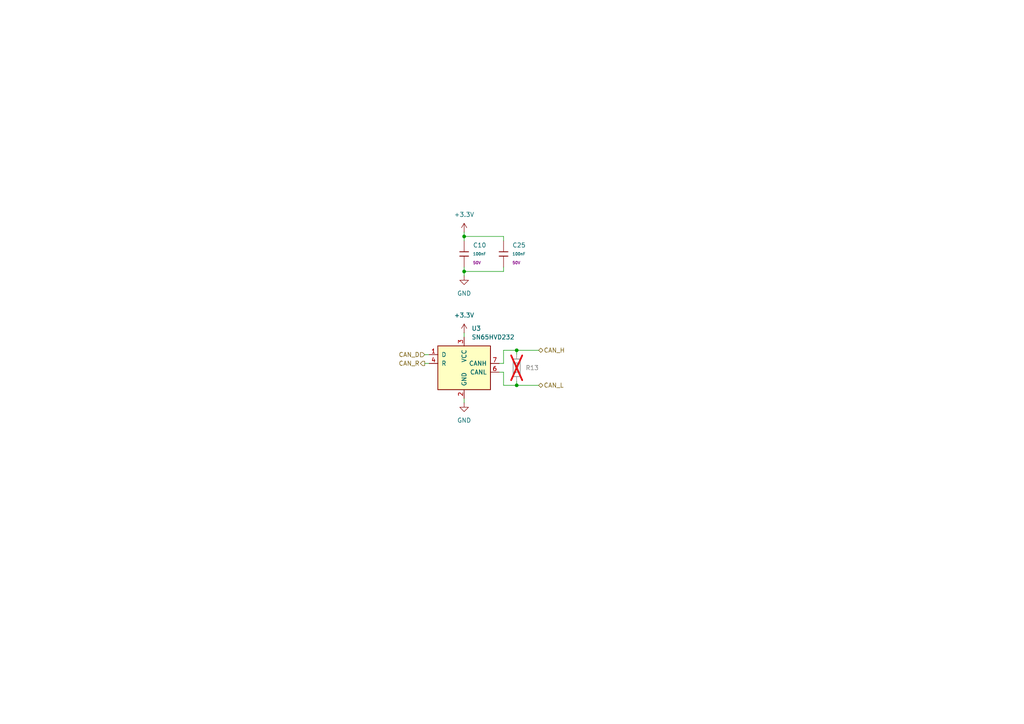
<source format=kicad_sch>
(kicad_sch
	(version 20250114)
	(generator "eeschema")
	(generator_version "9.0")
	(uuid "5a849ada-57fc-4d88-adb8-36a2c134f4ac")
	(paper "A4")
	(title_block
		(title "CAN Transciever")
		(date "2025-11-02")
		(rev "0")
		(company "Solar Energy Racers")
	)
	(lib_symbols
		(symbol "Interface_CAN_LIN:SN65HVD232"
			(pin_names
				(offset 1.016)
			)
			(exclude_from_sim no)
			(in_bom yes)
			(on_board yes)
			(property "Reference" "U"
				(at -2.54 10.16 0)
				(effects
					(font
						(size 1.27 1.27)
					)
					(justify right)
				)
			)
			(property "Value" "SN65HVD232"
				(at -2.54 7.62 0)
				(effects
					(font
						(size 1.27 1.27)
					)
					(justify right)
				)
			)
			(property "Footprint" "Package_SO:SOIC-8_3.9x4.9mm_P1.27mm"
				(at 0 -12.7 0)
				(effects
					(font
						(size 1.27 1.27)
					)
					(hide yes)
				)
			)
			(property "Datasheet" "http://www.ti.com/lit/ds/symlink/sn65hvd230.pdf"
				(at -2.54 10.16 0)
				(effects
					(font
						(size 1.27 1.27)
					)
					(hide yes)
				)
			)
			(property "Description" "CAN Bus Transceivers, 3.3V, 1Mbps, SOIC-8"
				(at 0 0 0)
				(effects
					(font
						(size 1.27 1.27)
					)
					(hide yes)
				)
			)
			(property "ki_keywords" "can transeiver ti"
				(at 0 0 0)
				(effects
					(font
						(size 1.27 1.27)
					)
					(hide yes)
				)
			)
			(property "ki_fp_filters" "SOIC*3.9x4.9mm*P1.27mm*"
				(at 0 0 0)
				(effects
					(font
						(size 1.27 1.27)
					)
					(hide yes)
				)
			)
			(symbol "SN65HVD232_0_1"
				(rectangle
					(start -7.62 5.08)
					(end 7.62 -7.62)
					(stroke
						(width 0.254)
						(type default)
					)
					(fill
						(type background)
					)
				)
			)
			(symbol "SN65HVD232_1_1"
				(pin input line
					(at -10.16 2.54 0)
					(length 2.54)
					(name "D"
						(effects
							(font
								(size 1.27 1.27)
							)
						)
					)
					(number "1"
						(effects
							(font
								(size 1.27 1.27)
							)
						)
					)
				)
				(pin output line
					(at -10.16 0 0)
					(length 2.54)
					(name "R"
						(effects
							(font
								(size 1.27 1.27)
							)
						)
					)
					(number "4"
						(effects
							(font
								(size 1.27 1.27)
							)
						)
					)
				)
				(pin no_connect line
					(at -7.62 -2.54 0)
					(length 2.54)
					(hide yes)
					(name "NC"
						(effects
							(font
								(size 1.27 1.27)
							)
						)
					)
					(number "5"
						(effects
							(font
								(size 1.27 1.27)
							)
						)
					)
				)
				(pin no_connect line
					(at -7.62 -5.08 0)
					(length 2.54)
					(hide yes)
					(name "NC"
						(effects
							(font
								(size 1.27 1.27)
							)
						)
					)
					(number "8"
						(effects
							(font
								(size 1.27 1.27)
							)
						)
					)
				)
				(pin power_in line
					(at 0 7.62 270)
					(length 2.54)
					(name "VCC"
						(effects
							(font
								(size 1.27 1.27)
							)
						)
					)
					(number "3"
						(effects
							(font
								(size 1.27 1.27)
							)
						)
					)
				)
				(pin power_in line
					(at 0 -10.16 90)
					(length 2.54)
					(name "GND"
						(effects
							(font
								(size 1.27 1.27)
							)
						)
					)
					(number "2"
						(effects
							(font
								(size 1.27 1.27)
							)
						)
					)
				)
				(pin bidirectional line
					(at 10.16 0 180)
					(length 2.54)
					(name "CANH"
						(effects
							(font
								(size 1.27 1.27)
							)
						)
					)
					(number "7"
						(effects
							(font
								(size 1.27 1.27)
							)
						)
					)
				)
				(pin bidirectional line
					(at 10.16 -2.54 180)
					(length 2.54)
					(name "CANL"
						(effects
							(font
								(size 1.27 1.27)
							)
						)
					)
					(number "6"
						(effects
							(font
								(size 1.27 1.27)
							)
						)
					)
				)
			)
			(embedded_fonts no)
		)
		(symbol "PCM_JLCPCB-Capacitors:0603,100nF"
			(pin_numbers
				(hide yes)
			)
			(pin_names
				(offset 0)
			)
			(exclude_from_sim no)
			(in_bom yes)
			(on_board yes)
			(property "Reference" "C"
				(at 2.032 1.668 0)
				(effects
					(font
						(size 1.27 1.27)
					)
					(justify left)
				)
			)
			(property "Value" "100nF"
				(at 2.032 -0.3782 0)
				(effects
					(font
						(size 0.8 0.8)
					)
					(justify left)
				)
			)
			(property "Footprint" "PCM_JLCPCB:C_0603"
				(at -1.778 0 90)
				(effects
					(font
						(size 1.27 1.27)
					)
					(hide yes)
				)
			)
			(property "Datasheet" "https://www.lcsc.com/datasheet/lcsc_datasheet_2211101700_YAGEO-CC0603KRX7R9BB104_C14663.pdf"
				(at 0 0 0)
				(effects
					(font
						(size 1.27 1.27)
					)
					(hide yes)
				)
			)
			(property "Description" "50V 100nF X7R ±10% 0603 Multilayer Ceramic Capacitors MLCC - SMD/SMT ROHS"
				(at 0 0 0)
				(effects
					(font
						(size 1.27 1.27)
					)
					(hide yes)
				)
			)
			(property "LCSC" "C14663"
				(at 0 0 0)
				(effects
					(font
						(size 1.27 1.27)
					)
					(hide yes)
				)
			)
			(property "Stock" "70324515"
				(at 0 0 0)
				(effects
					(font
						(size 1.27 1.27)
					)
					(hide yes)
				)
			)
			(property "Price" "0.006USD"
				(at 0 0 0)
				(effects
					(font
						(size 1.27 1.27)
					)
					(hide yes)
				)
			)
			(property "Process" "SMT"
				(at 0 0 0)
				(effects
					(font
						(size 1.27 1.27)
					)
					(hide yes)
				)
			)
			(property "Minimum Qty" "20"
				(at 0 0 0)
				(effects
					(font
						(size 1.27 1.27)
					)
					(hide yes)
				)
			)
			(property "Attrition Qty" "10"
				(at 0 0 0)
				(effects
					(font
						(size 1.27 1.27)
					)
					(hide yes)
				)
			)
			(property "Class" "Basic Component"
				(at 0 0 0)
				(effects
					(font
						(size 1.27 1.27)
					)
					(hide yes)
				)
			)
			(property "Category" "Capacitors,Multilayer Ceramic Capacitors MLCC - SMD/SMT"
				(at 0 0 0)
				(effects
					(font
						(size 1.27 1.27)
					)
					(hide yes)
				)
			)
			(property "Manufacturer" "YAGEO"
				(at 0 0 0)
				(effects
					(font
						(size 1.27 1.27)
					)
					(hide yes)
				)
			)
			(property "Part" "CC0603KRX7R9BB104"
				(at 0 0 0)
				(effects
					(font
						(size 1.27 1.27)
					)
					(hide yes)
				)
			)
			(property "Voltage Rated" "50V"
				(at 2.032 -2.0462 0)
				(effects
					(font
						(size 0.8 0.8)
					)
					(justify left)
				)
			)
			(property "Tolerance" "±10%"
				(at 0 0 0)
				(effects
					(font
						(size 1.27 1.27)
					)
					(hide yes)
				)
			)
			(property "Capacitance" "100nF"
				(at 0 0 0)
				(effects
					(font
						(size 1.27 1.27)
					)
					(hide yes)
				)
			)
			(property "Temperature Coefficient" "X7R"
				(at 0 0 0)
				(effects
					(font
						(size 1.27 1.27)
					)
					(hide yes)
				)
			)
			(property "ki_fp_filters" "C_*"
				(at 0 0 0)
				(effects
					(font
						(size 1.27 1.27)
					)
					(hide yes)
				)
			)
			(symbol "0603,100nF_0_1"
				(polyline
					(pts
						(xy -1.27 0.635) (xy 1.27 0.635)
					)
					(stroke
						(width 0.254)
						(type default)
					)
					(fill
						(type none)
					)
				)
				(polyline
					(pts
						(xy -1.27 -0.635) (xy 1.27 -0.635)
					)
					(stroke
						(width 0.254)
						(type default)
					)
					(fill
						(type none)
					)
				)
			)
			(symbol "0603,100nF_1_1"
				(pin passive line
					(at 0 3.81 270)
					(length 3.175)
					(name "~"
						(effects
							(font
								(size 1.27 1.27)
							)
						)
					)
					(number "1"
						(effects
							(font
								(size 1.27 1.27)
							)
						)
					)
				)
				(pin passive line
					(at 0 -3.81 90)
					(length 3.175)
					(name "~"
						(effects
							(font
								(size 1.27 1.27)
							)
						)
					)
					(number "2"
						(effects
							(font
								(size 1.27 1.27)
							)
						)
					)
				)
			)
			(embedded_fonts no)
		)
		(symbol "PCM_JLCPCB-Resistors:0603,120Ω"
			(pin_numbers
				(hide yes)
			)
			(pin_names
				(offset 0)
			)
			(exclude_from_sim no)
			(in_bom yes)
			(on_board yes)
			(property "Reference" "R"
				(at 1.778 0 0)
				(effects
					(font
						(size 1.27 1.27)
					)
					(justify left)
				)
			)
			(property "Value" "120Ω"
				(at 0 0 90)
				(do_not_autoplace)
				(effects
					(font
						(size 0.8 0.8)
					)
				)
			)
			(property "Footprint" "PCM_JLCPCB:R_0603"
				(at -1.778 0 90)
				(effects
					(font
						(size 1.27 1.27)
					)
					(hide yes)
				)
			)
			(property "Datasheet" "https://www.lcsc.com/datasheet/lcsc_datasheet_2206010130_UNI-ROYAL-Uniroyal-Elec-0603WAF1200T5E_C22787.pdf"
				(at 0 0 0)
				(effects
					(font
						(size 1.27 1.27)
					)
					(hide yes)
				)
			)
			(property "Description" "100mW Thick Film Resistors 75V ±100ppm/°C ±1% 120Ω 0603 Chip Resistor - Surface Mount ROHS"
				(at 0 0 0)
				(effects
					(font
						(size 1.27 1.27)
					)
					(hide yes)
				)
			)
			(property "LCSC" "C22787"
				(at 0 0 0)
				(effects
					(font
						(size 1.27 1.27)
					)
					(hide yes)
				)
			)
			(property "Stock" "1670032"
				(at 0 0 0)
				(effects
					(font
						(size 1.27 1.27)
					)
					(hide yes)
				)
			)
			(property "Price" "0.004USD"
				(at 0 0 0)
				(effects
					(font
						(size 1.27 1.27)
					)
					(hide yes)
				)
			)
			(property "Process" "SMT"
				(at 0 0 0)
				(effects
					(font
						(size 1.27 1.27)
					)
					(hide yes)
				)
			)
			(property "Minimum Qty" "20"
				(at 0 0 0)
				(effects
					(font
						(size 1.27 1.27)
					)
					(hide yes)
				)
			)
			(property "Attrition Qty" "10"
				(at 0 0 0)
				(effects
					(font
						(size 1.27 1.27)
					)
					(hide yes)
				)
			)
			(property "Class" "Basic Component"
				(at 0 0 0)
				(effects
					(font
						(size 1.27 1.27)
					)
					(hide yes)
				)
			)
			(property "Category" "Resistors,Chip Resistor - Surface Mount"
				(at 0 0 0)
				(effects
					(font
						(size 1.27 1.27)
					)
					(hide yes)
				)
			)
			(property "Manufacturer" "UNI-ROYAL(Uniroyal Elec)"
				(at 0 0 0)
				(effects
					(font
						(size 1.27 1.27)
					)
					(hide yes)
				)
			)
			(property "Part" "0603WAF1200T5E"
				(at 0 0 0)
				(effects
					(font
						(size 1.27 1.27)
					)
					(hide yes)
				)
			)
			(property "Resistance" "120Ω"
				(at 0 0 0)
				(effects
					(font
						(size 1.27 1.27)
					)
					(hide yes)
				)
			)
			(property "Power(Watts)" "100mW"
				(at 0 0 0)
				(effects
					(font
						(size 1.27 1.27)
					)
					(hide yes)
				)
			)
			(property "Type" "Thick Film Resistors"
				(at 0 0 0)
				(effects
					(font
						(size 1.27 1.27)
					)
					(hide yes)
				)
			)
			(property "Overload Voltage (Max)" "75V"
				(at 0 0 0)
				(effects
					(font
						(size 1.27 1.27)
					)
					(hide yes)
				)
			)
			(property "Operating Temperature Range" "-55°C~+155°C"
				(at 0 0 0)
				(effects
					(font
						(size 1.27 1.27)
					)
					(hide yes)
				)
			)
			(property "Tolerance" "±1%"
				(at 0 0 0)
				(effects
					(font
						(size 1.27 1.27)
					)
					(hide yes)
				)
			)
			(property "Temperature Coefficient" "±100ppm/°C"
				(at 0 0 0)
				(effects
					(font
						(size 1.27 1.27)
					)
					(hide yes)
				)
			)
			(property "ki_fp_filters" "R_*"
				(at 0 0 0)
				(effects
					(font
						(size 1.27 1.27)
					)
					(hide yes)
				)
			)
			(symbol "0603,120Ω_0_1"
				(rectangle
					(start -1.016 2.54)
					(end 1.016 -2.54)
					(stroke
						(width 0.254)
						(type default)
					)
					(fill
						(type none)
					)
				)
			)
			(symbol "0603,120Ω_1_1"
				(pin passive line
					(at 0 3.81 270)
					(length 1.27)
					(name "~"
						(effects
							(font
								(size 1.27 1.27)
							)
						)
					)
					(number "1"
						(effects
							(font
								(size 1.27 1.27)
							)
						)
					)
				)
				(pin passive line
					(at 0 -3.81 90)
					(length 1.27)
					(name "~"
						(effects
							(font
								(size 1.27 1.27)
							)
						)
					)
					(number "2"
						(effects
							(font
								(size 1.27 1.27)
							)
						)
					)
				)
			)
			(embedded_fonts no)
		)
		(symbol "power:+3.3V"
			(power)
			(pin_numbers
				(hide yes)
			)
			(pin_names
				(offset 0)
				(hide yes)
			)
			(exclude_from_sim no)
			(in_bom yes)
			(on_board yes)
			(property "Reference" "#PWR"
				(at 0 -3.81 0)
				(effects
					(font
						(size 1.27 1.27)
					)
					(hide yes)
				)
			)
			(property "Value" "+3.3V"
				(at 0 3.556 0)
				(effects
					(font
						(size 1.27 1.27)
					)
				)
			)
			(property "Footprint" ""
				(at 0 0 0)
				(effects
					(font
						(size 1.27 1.27)
					)
					(hide yes)
				)
			)
			(property "Datasheet" ""
				(at 0 0 0)
				(effects
					(font
						(size 1.27 1.27)
					)
					(hide yes)
				)
			)
			(property "Description" "Power symbol creates a global label with name \"+3.3V\""
				(at 0 0 0)
				(effects
					(font
						(size 1.27 1.27)
					)
					(hide yes)
				)
			)
			(property "ki_keywords" "global power"
				(at 0 0 0)
				(effects
					(font
						(size 1.27 1.27)
					)
					(hide yes)
				)
			)
			(symbol "+3.3V_0_1"
				(polyline
					(pts
						(xy -0.762 1.27) (xy 0 2.54)
					)
					(stroke
						(width 0)
						(type default)
					)
					(fill
						(type none)
					)
				)
				(polyline
					(pts
						(xy 0 2.54) (xy 0.762 1.27)
					)
					(stroke
						(width 0)
						(type default)
					)
					(fill
						(type none)
					)
				)
				(polyline
					(pts
						(xy 0 0) (xy 0 2.54)
					)
					(stroke
						(width 0)
						(type default)
					)
					(fill
						(type none)
					)
				)
			)
			(symbol "+3.3V_1_1"
				(pin power_in line
					(at 0 0 90)
					(length 0)
					(name "~"
						(effects
							(font
								(size 1.27 1.27)
							)
						)
					)
					(number "1"
						(effects
							(font
								(size 1.27 1.27)
							)
						)
					)
				)
			)
			(embedded_fonts no)
		)
		(symbol "power:GND"
			(power)
			(pin_numbers
				(hide yes)
			)
			(pin_names
				(offset 0)
				(hide yes)
			)
			(exclude_from_sim no)
			(in_bom yes)
			(on_board yes)
			(property "Reference" "#PWR"
				(at 0 -6.35 0)
				(effects
					(font
						(size 1.27 1.27)
					)
					(hide yes)
				)
			)
			(property "Value" "GND"
				(at 0 -3.81 0)
				(effects
					(font
						(size 1.27 1.27)
					)
				)
			)
			(property "Footprint" ""
				(at 0 0 0)
				(effects
					(font
						(size 1.27 1.27)
					)
					(hide yes)
				)
			)
			(property "Datasheet" ""
				(at 0 0 0)
				(effects
					(font
						(size 1.27 1.27)
					)
					(hide yes)
				)
			)
			(property "Description" "Power symbol creates a global label with name \"GND\" , ground"
				(at 0 0 0)
				(effects
					(font
						(size 1.27 1.27)
					)
					(hide yes)
				)
			)
			(property "ki_keywords" "global power"
				(at 0 0 0)
				(effects
					(font
						(size 1.27 1.27)
					)
					(hide yes)
				)
			)
			(symbol "GND_0_1"
				(polyline
					(pts
						(xy 0 0) (xy 0 -1.27) (xy 1.27 -1.27) (xy 0 -2.54) (xy -1.27 -1.27) (xy 0 -1.27)
					)
					(stroke
						(width 0)
						(type default)
					)
					(fill
						(type none)
					)
				)
			)
			(symbol "GND_1_1"
				(pin power_in line
					(at 0 0 270)
					(length 0)
					(name "~"
						(effects
							(font
								(size 1.27 1.27)
							)
						)
					)
					(number "1"
						(effects
							(font
								(size 1.27 1.27)
							)
						)
					)
				)
			)
			(embedded_fonts no)
		)
	)
	(junction
		(at 134.62 68.58)
		(diameter 0)
		(color 0 0 0 0)
		(uuid "18456b93-9ea1-408e-9fee-be6cdb2a7857")
	)
	(junction
		(at 134.62 78.74)
		(diameter 0)
		(color 0 0 0 0)
		(uuid "70ea1961-90e7-4f01-a5c4-020d9688e7e9")
	)
	(junction
		(at 149.86 111.76)
		(diameter 0)
		(color 0 0 0 0)
		(uuid "af8e4b2c-b2b9-4115-bdcf-0fdb634d21ff")
	)
	(junction
		(at 149.86 101.6)
		(diameter 0)
		(color 0 0 0 0)
		(uuid "c7d98618-ad06-4d59-80e9-59e73a43cc99")
	)
	(wire
		(pts
			(xy 149.86 111.76) (xy 146.05 111.76)
		)
		(stroke
			(width 0)
			(type default)
		)
		(uuid "03a2cffe-69e7-4054-8d3f-7e1f93f73bf1")
	)
	(wire
		(pts
			(xy 156.21 111.76) (xy 149.86 111.76)
		)
		(stroke
			(width 0)
			(type default)
		)
		(uuid "1393ca3e-8d8a-4400-b9e5-2045c2014141")
	)
	(wire
		(pts
			(xy 134.62 68.58) (xy 146.05 68.58)
		)
		(stroke
			(width 0)
			(type default)
		)
		(uuid "142b8f7d-1166-4970-ae29-dd47a5b5ed25")
	)
	(wire
		(pts
			(xy 146.05 111.76) (xy 146.05 107.95)
		)
		(stroke
			(width 0)
			(type default)
		)
		(uuid "147a81d1-8066-481a-bdaf-7e388f716657")
	)
	(wire
		(pts
			(xy 134.62 96.52) (xy 134.62 97.79)
		)
		(stroke
			(width 0)
			(type default)
		)
		(uuid "162d95c6-c0dd-4c2e-b82b-9ebdfb079790")
	)
	(wire
		(pts
			(xy 146.05 77.47) (xy 146.05 78.74)
		)
		(stroke
			(width 0)
			(type default)
		)
		(uuid "4e12bb64-8bb1-463f-88ce-5bfd3bf8bd27")
	)
	(wire
		(pts
			(xy 134.62 116.84) (xy 134.62 115.57)
		)
		(stroke
			(width 0)
			(type default)
		)
		(uuid "5c9e386c-9482-4ab9-8662-184cc09fc152")
	)
	(wire
		(pts
			(xy 149.86 101.6) (xy 146.05 101.6)
		)
		(stroke
			(width 0)
			(type default)
		)
		(uuid "6d216dfc-f144-48ae-b835-eea71980d2ec")
	)
	(wire
		(pts
			(xy 123.19 102.87) (xy 124.46 102.87)
		)
		(stroke
			(width 0)
			(type default)
		)
		(uuid "6da63ea6-a9c7-482c-b6ed-7fcb2528856c")
	)
	(wire
		(pts
			(xy 146.05 101.6) (xy 146.05 105.41)
		)
		(stroke
			(width 0)
			(type default)
		)
		(uuid "73fd33ba-7dc6-43a2-aee6-3457f8294742")
	)
	(wire
		(pts
			(xy 156.21 101.6) (xy 149.86 101.6)
		)
		(stroke
			(width 0)
			(type default)
		)
		(uuid "7df84029-0c06-48dd-b171-3fe0535015df")
	)
	(wire
		(pts
			(xy 134.62 78.74) (xy 134.62 77.47)
		)
		(stroke
			(width 0)
			(type default)
		)
		(uuid "814199cc-6ae3-47db-abed-eaf56b4e3364")
	)
	(wire
		(pts
			(xy 149.86 101.6) (xy 149.86 102.87)
		)
		(stroke
			(width 0)
			(type default)
		)
		(uuid "8664206a-0b3a-44be-b24e-a03af65ea723")
	)
	(wire
		(pts
			(xy 134.62 80.01) (xy 134.62 78.74)
		)
		(stroke
			(width 0)
			(type default)
		)
		(uuid "a33f9482-20a3-4e3d-93bb-70d67cd66323")
	)
	(wire
		(pts
			(xy 134.62 67.31) (xy 134.62 68.58)
		)
		(stroke
			(width 0)
			(type default)
		)
		(uuid "bc31606d-fcfb-462e-81cd-6c46d1ed1c6e")
	)
	(wire
		(pts
			(xy 146.05 105.41) (xy 144.78 105.41)
		)
		(stroke
			(width 0)
			(type default)
		)
		(uuid "c5741e5e-97fb-42ea-be9d-7d8374b36532")
	)
	(wire
		(pts
			(xy 146.05 69.85) (xy 146.05 68.58)
		)
		(stroke
			(width 0)
			(type default)
		)
		(uuid "c685521f-bf9a-41ef-85dd-7df29d2b73b5")
	)
	(wire
		(pts
			(xy 134.62 78.74) (xy 146.05 78.74)
		)
		(stroke
			(width 0)
			(type default)
		)
		(uuid "d5bce144-cedc-4c7e-98fc-92980ec995f4")
	)
	(wire
		(pts
			(xy 134.62 68.58) (xy 134.62 69.85)
		)
		(stroke
			(width 0)
			(type default)
		)
		(uuid "d5e50700-7afc-47b2-ad25-de9b08156fb7")
	)
	(wire
		(pts
			(xy 149.86 110.49) (xy 149.86 111.76)
		)
		(stroke
			(width 0)
			(type default)
		)
		(uuid "d943ce39-25d0-44aa-baa2-848f2c5d03c4")
	)
	(wire
		(pts
			(xy 123.19 105.41) (xy 124.46 105.41)
		)
		(stroke
			(width 0)
			(type default)
		)
		(uuid "e90051a2-8cb3-436e-93c3-6e1a832e57c6")
	)
	(wire
		(pts
			(xy 146.05 107.95) (xy 144.78 107.95)
		)
		(stroke
			(width 0)
			(type default)
		)
		(uuid "f64e11b7-f3c7-4008-8742-6feef4757814")
	)
	(hierarchical_label "CAN_D"
		(shape input)
		(at 123.19 102.87 180)
		(effects
			(font
				(size 1.27 1.27)
			)
			(justify right)
		)
		(uuid "3b601d55-f73f-4fbe-b20c-2cd19fb6802a")
	)
	(hierarchical_label "CAN_R"
		(shape output)
		(at 123.19 105.41 180)
		(effects
			(font
				(size 1.27 1.27)
			)
			(justify right)
		)
		(uuid "53774b78-1dca-4b48-9cd9-3fdecb8badbb")
	)
	(hierarchical_label "CAN_L"
		(shape bidirectional)
		(at 156.21 111.76 0)
		(effects
			(font
				(size 1.27 1.27)
			)
			(justify left)
		)
		(uuid "54a9f26d-5088-49a9-be3c-ad332bf24fbd")
	)
	(hierarchical_label "CAN_H"
		(shape bidirectional)
		(at 156.21 101.6 0)
		(effects
			(font
				(size 1.27 1.27)
			)
			(justify left)
		)
		(uuid "67033ce1-a38c-4ee1-ab51-da3bd78abe17")
	)
	(symbol
		(lib_id "power:GND")
		(at 134.62 80.01 0)
		(unit 1)
		(exclude_from_sim no)
		(in_bom yes)
		(on_board yes)
		(dnp no)
		(fields_autoplaced yes)
		(uuid "19417279-8d39-4131-81f8-437f7a40384b")
		(property "Reference" "#PWR027"
			(at 134.62 86.36 0)
			(effects
				(font
					(size 1.27 1.27)
				)
				(hide yes)
			)
		)
		(property "Value" "GND"
			(at 134.62 85.09 0)
			(effects
				(font
					(size 1.27 1.27)
				)
			)
		)
		(property "Footprint" ""
			(at 134.62 80.01 0)
			(effects
				(font
					(size 1.27 1.27)
				)
				(hide yes)
			)
		)
		(property "Datasheet" ""
			(at 134.62 80.01 0)
			(effects
				(font
					(size 1.27 1.27)
				)
				(hide yes)
			)
		)
		(property "Description" "Power symbol creates a global label with name \"GND\" , ground"
			(at 134.62 80.01 0)
			(effects
				(font
					(size 1.27 1.27)
				)
				(hide yes)
			)
		)
		(pin "1"
			(uuid "ab7c3243-d4a8-4b15-a5b7-9d448e2732e2")
		)
		(instances
			(project "DriveController"
				(path "/ea108ab4-4341-4ce5-9e9f-23df8de995fe/44ec9e06-9cb2-42a4-83fd-40cafd2a58e7"
					(reference "#PWR027")
					(unit 1)
				)
			)
		)
	)
	(symbol
		(lib_id "PCM_JLCPCB-Capacitors:0603,100nF")
		(at 134.62 73.66 0)
		(unit 1)
		(exclude_from_sim no)
		(in_bom yes)
		(on_board yes)
		(dnp no)
		(fields_autoplaced yes)
		(uuid "1ea032cd-516d-49cf-bb1d-b53ed3aa90b6")
		(property "Reference" "C10"
			(at 137.16 71.1199 0)
			(effects
				(font
					(size 1.27 1.27)
				)
				(justify left)
			)
		)
		(property "Value" "100nF"
			(at 137.16 73.66 0)
			(effects
				(font
					(size 0.8 0.8)
				)
				(justify left)
			)
		)
		(property "Footprint" "PCM_JLCPCB:C_0603"
			(at 132.842 73.66 90)
			(effects
				(font
					(size 1.27 1.27)
				)
				(hide yes)
			)
		)
		(property "Datasheet" "https://www.lcsc.com/datasheet/lcsc_datasheet_2211101700_YAGEO-CC0603KRX7R9BB104_C14663.pdf"
			(at 134.62 73.66 0)
			(effects
				(font
					(size 1.27 1.27)
				)
				(hide yes)
			)
		)
		(property "Description" "50V 100nF X7R ±10% 0603 Multilayer Ceramic Capacitors MLCC - SMD/SMT ROHS"
			(at 134.62 73.66 0)
			(effects
				(font
					(size 1.27 1.27)
				)
				(hide yes)
			)
		)
		(property "LCSC" "C14663"
			(at 134.62 73.66 0)
			(effects
				(font
					(size 1.27 1.27)
				)
				(hide yes)
			)
		)
		(property "Stock" "70324515"
			(at 134.62 73.66 0)
			(effects
				(font
					(size 1.27 1.27)
				)
				(hide yes)
			)
		)
		(property "Price" "0.006USD"
			(at 134.62 73.66 0)
			(effects
				(font
					(size 1.27 1.27)
				)
				(hide yes)
			)
		)
		(property "Process" "SMT"
			(at 134.62 73.66 0)
			(effects
				(font
					(size 1.27 1.27)
				)
				(hide yes)
			)
		)
		(property "Minimum Qty" "20"
			(at 134.62 73.66 0)
			(effects
				(font
					(size 1.27 1.27)
				)
				(hide yes)
			)
		)
		(property "Attrition Qty" "10"
			(at 134.62 73.66 0)
			(effects
				(font
					(size 1.27 1.27)
				)
				(hide yes)
			)
		)
		(property "Class" "Basic Component"
			(at 134.62 73.66 0)
			(effects
				(font
					(size 1.27 1.27)
				)
				(hide yes)
			)
		)
		(property "Category" "Capacitors,Multilayer Ceramic Capacitors MLCC - SMD/SMT"
			(at 134.62 73.66 0)
			(effects
				(font
					(size 1.27 1.27)
				)
				(hide yes)
			)
		)
		(property "Manufacturer" "YAGEO"
			(at 134.62 73.66 0)
			(effects
				(font
					(size 1.27 1.27)
				)
				(hide yes)
			)
		)
		(property "Part" "CC0603KRX7R9BB104"
			(at 134.62 73.66 0)
			(effects
				(font
					(size 1.27 1.27)
				)
				(hide yes)
			)
		)
		(property "Voltage Rated" "50V"
			(at 137.16 76.2 0)
			(effects
				(font
					(size 0.8 0.8)
				)
				(justify left)
			)
		)
		(property "Tolerance" "±10%"
			(at 134.62 73.66 0)
			(effects
				(font
					(size 1.27 1.27)
				)
				(hide yes)
			)
		)
		(property "Capacitance" "100nF"
			(at 134.62 73.66 0)
			(effects
				(font
					(size 1.27 1.27)
				)
				(hide yes)
			)
		)
		(property "Temperature Coefficient" "X7R"
			(at 134.62 73.66 0)
			(effects
				(font
					(size 1.27 1.27)
				)
				(hide yes)
			)
		)
		(pin "1"
			(uuid "43ab37c8-d398-47b1-bb61-c1e7c2fa7ee1")
		)
		(pin "2"
			(uuid "1104c06b-6ca6-4748-855f-0d75803cd09c")
		)
		(instances
			(project "DriveController"
				(path "/ea108ab4-4341-4ce5-9e9f-23df8de995fe/44ec9e06-9cb2-42a4-83fd-40cafd2a58e7"
					(reference "C10")
					(unit 1)
				)
			)
		)
	)
	(symbol
		(lib_id "power:+3.3V")
		(at 134.62 67.31 0)
		(unit 1)
		(exclude_from_sim no)
		(in_bom yes)
		(on_board yes)
		(dnp no)
		(fields_autoplaced yes)
		(uuid "3f99dcbd-a1cb-49cd-9bb7-2a0e72ef05f3")
		(property "Reference" "#PWR026"
			(at 134.62 71.12 0)
			(effects
				(font
					(size 1.27 1.27)
				)
				(hide yes)
			)
		)
		(property "Value" "+3.3V"
			(at 134.62 62.23 0)
			(effects
				(font
					(size 1.27 1.27)
				)
			)
		)
		(property "Footprint" ""
			(at 134.62 67.31 0)
			(effects
				(font
					(size 1.27 1.27)
				)
				(hide yes)
			)
		)
		(property "Datasheet" ""
			(at 134.62 67.31 0)
			(effects
				(font
					(size 1.27 1.27)
				)
				(hide yes)
			)
		)
		(property "Description" "Power symbol creates a global label with name \"+3.3V\""
			(at 134.62 67.31 0)
			(effects
				(font
					(size 1.27 1.27)
				)
				(hide yes)
			)
		)
		(pin "1"
			(uuid "3f773bd2-5a9d-4241-8612-99057e8ed6f3")
		)
		(instances
			(project "DriveController"
				(path "/ea108ab4-4341-4ce5-9e9f-23df8de995fe/44ec9e06-9cb2-42a4-83fd-40cafd2a58e7"
					(reference "#PWR026")
					(unit 1)
				)
			)
		)
	)
	(symbol
		(lib_id "power:GND")
		(at 134.62 116.84 0)
		(unit 1)
		(exclude_from_sim no)
		(in_bom yes)
		(on_board yes)
		(dnp no)
		(fields_autoplaced yes)
		(uuid "49a89f97-b12c-4132-91eb-ace9b17c5511")
		(property "Reference" "#PWR025"
			(at 134.62 123.19 0)
			(effects
				(font
					(size 1.27 1.27)
				)
				(hide yes)
			)
		)
		(property "Value" "GND"
			(at 134.62 121.92 0)
			(effects
				(font
					(size 1.27 1.27)
				)
			)
		)
		(property "Footprint" ""
			(at 134.62 116.84 0)
			(effects
				(font
					(size 1.27 1.27)
				)
				(hide yes)
			)
		)
		(property "Datasheet" ""
			(at 134.62 116.84 0)
			(effects
				(font
					(size 1.27 1.27)
				)
				(hide yes)
			)
		)
		(property "Description" "Power symbol creates a global label with name \"GND\" , ground"
			(at 134.62 116.84 0)
			(effects
				(font
					(size 1.27 1.27)
				)
				(hide yes)
			)
		)
		(pin "1"
			(uuid "2dd53cf1-bebe-40f5-a77b-f0e0afd2046b")
		)
		(instances
			(project "DriveController"
				(path "/ea108ab4-4341-4ce5-9e9f-23df8de995fe/44ec9e06-9cb2-42a4-83fd-40cafd2a58e7"
					(reference "#PWR025")
					(unit 1)
				)
			)
		)
	)
	(symbol
		(lib_id "power:+3.3V")
		(at 134.62 96.52 0)
		(unit 1)
		(exclude_from_sim no)
		(in_bom yes)
		(on_board yes)
		(dnp no)
		(fields_autoplaced yes)
		(uuid "888cf42a-d0f9-4882-bf14-6f7ded3abbdb")
		(property "Reference" "#PWR024"
			(at 134.62 100.33 0)
			(effects
				(font
					(size 1.27 1.27)
				)
				(hide yes)
			)
		)
		(property "Value" "+3.3V"
			(at 134.62 91.44 0)
			(effects
				(font
					(size 1.27 1.27)
				)
			)
		)
		(property "Footprint" ""
			(at 134.62 96.52 0)
			(effects
				(font
					(size 1.27 1.27)
				)
				(hide yes)
			)
		)
		(property "Datasheet" ""
			(at 134.62 96.52 0)
			(effects
				(font
					(size 1.27 1.27)
				)
				(hide yes)
			)
		)
		(property "Description" "Power symbol creates a global label with name \"+3.3V\""
			(at 134.62 96.52 0)
			(effects
				(font
					(size 1.27 1.27)
				)
				(hide yes)
			)
		)
		(pin "1"
			(uuid "482cbffb-a006-427b-a839-907a0e2c0dc2")
		)
		(instances
			(project "DriveController"
				(path "/ea108ab4-4341-4ce5-9e9f-23df8de995fe/44ec9e06-9cb2-42a4-83fd-40cafd2a58e7"
					(reference "#PWR024")
					(unit 1)
				)
			)
		)
	)
	(symbol
		(lib_id "Interface_CAN_LIN:SN65HVD232")
		(at 134.62 105.41 0)
		(unit 1)
		(exclude_from_sim no)
		(in_bom yes)
		(on_board yes)
		(dnp no)
		(fields_autoplaced yes)
		(uuid "8eff99a4-97ea-41f4-8f18-f1d0bcd6c30c")
		(property "Reference" "U3"
			(at 136.7633 95.25 0)
			(effects
				(font
					(size 1.27 1.27)
				)
				(justify left)
			)
		)
		(property "Value" "SN65HVD232"
			(at 136.7633 97.79 0)
			(effects
				(font
					(size 1.27 1.27)
				)
				(justify left)
			)
		)
		(property "Footprint" "Package_SO:SOIC-8_3.9x4.9mm_P1.27mm"
			(at 134.62 118.11 0)
			(effects
				(font
					(size 1.27 1.27)
				)
				(hide yes)
			)
		)
		(property "Datasheet" "http://www.ti.com/lit/ds/symlink/sn65hvd230.pdf"
			(at 132.08 95.25 0)
			(effects
				(font
					(size 1.27 1.27)
				)
				(hide yes)
			)
		)
		(property "Description" "CAN Bus Transceivers, 3.3V, 1Mbps, SOIC-8"
			(at 134.62 105.41 0)
			(effects
				(font
					(size 1.27 1.27)
				)
				(hide yes)
			)
		)
		(pin "5"
			(uuid "3df671f0-4bb9-4c0c-875a-ca1f268406d2")
		)
		(pin "3"
			(uuid "8d8122f6-19cd-4457-b272-ecbc6d68958c")
		)
		(pin "7"
			(uuid "6895d625-41cf-4acb-bc8c-2eb0c4e75898")
		)
		(pin "6"
			(uuid "82837f5d-77ca-4bdd-a926-db291b0080a3")
		)
		(pin "8"
			(uuid "1fd5f7c0-fe4b-4e76-b24d-6221a8563324")
		)
		(pin "1"
			(uuid "dc7032ea-d548-4593-82a7-ab226dd00839")
		)
		(pin "2"
			(uuid "077c035d-f2f4-4baa-a9b6-7497de91dfb5")
		)
		(pin "4"
			(uuid "4d1c046a-aee8-49df-8f45-8edc00986834")
		)
		(instances
			(project "DriveController"
				(path "/ea108ab4-4341-4ce5-9e9f-23df8de995fe/44ec9e06-9cb2-42a4-83fd-40cafd2a58e7"
					(reference "U3")
					(unit 1)
				)
			)
		)
	)
	(symbol
		(lib_id "PCM_JLCPCB-Capacitors:0603,100nF")
		(at 146.05 73.66 0)
		(unit 1)
		(exclude_from_sim no)
		(in_bom yes)
		(on_board yes)
		(dnp no)
		(fields_autoplaced yes)
		(uuid "a8209ac2-70da-45d3-affd-f647892a91d9")
		(property "Reference" "C25"
			(at 148.59 71.1199 0)
			(effects
				(font
					(size 1.27 1.27)
				)
				(justify left)
			)
		)
		(property "Value" "100nF"
			(at 148.59 73.66 0)
			(effects
				(font
					(size 0.8 0.8)
				)
				(justify left)
			)
		)
		(property "Footprint" "PCM_JLCPCB:C_0603"
			(at 144.272 73.66 90)
			(effects
				(font
					(size 1.27 1.27)
				)
				(hide yes)
			)
		)
		(property "Datasheet" "https://www.lcsc.com/datasheet/lcsc_datasheet_2211101700_YAGEO-CC0603KRX7R9BB104_C14663.pdf"
			(at 146.05 73.66 0)
			(effects
				(font
					(size 1.27 1.27)
				)
				(hide yes)
			)
		)
		(property "Description" "50V 100nF X7R ±10% 0603 Multilayer Ceramic Capacitors MLCC - SMD/SMT ROHS"
			(at 146.05 73.66 0)
			(effects
				(font
					(size 1.27 1.27)
				)
				(hide yes)
			)
		)
		(property "LCSC" "C14663"
			(at 146.05 73.66 0)
			(effects
				(font
					(size 1.27 1.27)
				)
				(hide yes)
			)
		)
		(property "Stock" "70324515"
			(at 146.05 73.66 0)
			(effects
				(font
					(size 1.27 1.27)
				)
				(hide yes)
			)
		)
		(property "Price" "0.006USD"
			(at 146.05 73.66 0)
			(effects
				(font
					(size 1.27 1.27)
				)
				(hide yes)
			)
		)
		(property "Process" "SMT"
			(at 146.05 73.66 0)
			(effects
				(font
					(size 1.27 1.27)
				)
				(hide yes)
			)
		)
		(property "Minimum Qty" "20"
			(at 146.05 73.66 0)
			(effects
				(font
					(size 1.27 1.27)
				)
				(hide yes)
			)
		)
		(property "Attrition Qty" "10"
			(at 146.05 73.66 0)
			(effects
				(font
					(size 1.27 1.27)
				)
				(hide yes)
			)
		)
		(property "Class" "Basic Component"
			(at 146.05 73.66 0)
			(effects
				(font
					(size 1.27 1.27)
				)
				(hide yes)
			)
		)
		(property "Category" "Capacitors,Multilayer Ceramic Capacitors MLCC - SMD/SMT"
			(at 146.05 73.66 0)
			(effects
				(font
					(size 1.27 1.27)
				)
				(hide yes)
			)
		)
		(property "Manufacturer" "YAGEO"
			(at 146.05 73.66 0)
			(effects
				(font
					(size 1.27 1.27)
				)
				(hide yes)
			)
		)
		(property "Part" "CC0603KRX7R9BB104"
			(at 146.05 73.66 0)
			(effects
				(font
					(size 1.27 1.27)
				)
				(hide yes)
			)
		)
		(property "Voltage Rated" "50V"
			(at 148.59 76.2 0)
			(effects
				(font
					(size 0.8 0.8)
				)
				(justify left)
			)
		)
		(property "Tolerance" "±10%"
			(at 146.05 73.66 0)
			(effects
				(font
					(size 1.27 1.27)
				)
				(hide yes)
			)
		)
		(property "Capacitance" "100nF"
			(at 146.05 73.66 0)
			(effects
				(font
					(size 1.27 1.27)
				)
				(hide yes)
			)
		)
		(property "Temperature Coefficient" "X7R"
			(at 146.05 73.66 0)
			(effects
				(font
					(size 1.27 1.27)
				)
				(hide yes)
			)
		)
		(pin "1"
			(uuid "931fade1-2db0-4a9a-a4b3-ba4e8a505b11")
		)
		(pin "2"
			(uuid "636b95e2-4b83-47f9-8059-1ef207578803")
		)
		(instances
			(project "DriveController"
				(path "/ea108ab4-4341-4ce5-9e9f-23df8de995fe/44ec9e06-9cb2-42a4-83fd-40cafd2a58e7"
					(reference "C25")
					(unit 1)
				)
			)
		)
	)
	(symbol
		(lib_id "PCM_JLCPCB-Resistors:0603,120Ω")
		(at 149.86 106.68 0)
		(unit 1)
		(exclude_from_sim no)
		(in_bom no)
		(on_board yes)
		(dnp yes)
		(fields_autoplaced yes)
		(uuid "fb00a32b-aa96-4c8d-9384-ee9d0098680c")
		(property "Reference" "R13"
			(at 152.4 106.6799 0)
			(effects
				(font
					(size 1.27 1.27)
				)
				(justify left)
			)
		)
		(property "Value" "120Ω"
			(at 149.86 106.68 90)
			(do_not_autoplace yes)
			(effects
				(font
					(size 0.8 0.8)
				)
			)
		)
		(property "Footprint" "PCM_JLCPCB:R_0603"
			(at 148.082 106.68 90)
			(effects
				(font
					(size 1.27 1.27)
				)
				(hide yes)
			)
		)
		(property "Datasheet" "https://www.lcsc.com/datasheet/lcsc_datasheet_2206010130_UNI-ROYAL-Uniroyal-Elec-0603WAF1200T5E_C22787.pdf"
			(at 149.86 106.68 0)
			(effects
				(font
					(size 1.27 1.27)
				)
				(hide yes)
			)
		)
		(property "Description" "100mW Thick Film Resistors 75V ±100ppm/°C ±1% 120Ω 0603 Chip Resistor - Surface Mount ROHS"
			(at 149.86 106.68 0)
			(effects
				(font
					(size 1.27 1.27)
				)
				(hide yes)
			)
		)
		(property "LCSC" "C22787"
			(at 149.86 106.68 0)
			(effects
				(font
					(size 1.27 1.27)
				)
				(hide yes)
			)
		)
		(property "Stock" "1670032"
			(at 149.86 106.68 0)
			(effects
				(font
					(size 1.27 1.27)
				)
				(hide yes)
			)
		)
		(property "Price" "0.004USD"
			(at 149.86 106.68 0)
			(effects
				(font
					(size 1.27 1.27)
				)
				(hide yes)
			)
		)
		(property "Process" "SMT"
			(at 149.86 106.68 0)
			(effects
				(font
					(size 1.27 1.27)
				)
				(hide yes)
			)
		)
		(property "Minimum Qty" "20"
			(at 149.86 106.68 0)
			(effects
				(font
					(size 1.27 1.27)
				)
				(hide yes)
			)
		)
		(property "Attrition Qty" "10"
			(at 149.86 106.68 0)
			(effects
				(font
					(size 1.27 1.27)
				)
				(hide yes)
			)
		)
		(property "Class" "Basic Component"
			(at 149.86 106.68 0)
			(effects
				(font
					(size 1.27 1.27)
				)
				(hide yes)
			)
		)
		(property "Category" "Resistors,Chip Resistor - Surface Mount"
			(at 149.86 106.68 0)
			(effects
				(font
					(size 1.27 1.27)
				)
				(hide yes)
			)
		)
		(property "Manufacturer" "UNI-ROYAL(Uniroyal Elec)"
			(at 149.86 106.68 0)
			(effects
				(font
					(size 1.27 1.27)
				)
				(hide yes)
			)
		)
		(property "Part" "0603WAF1200T5E"
			(at 149.86 106.68 0)
			(effects
				(font
					(size 1.27 1.27)
				)
				(hide yes)
			)
		)
		(property "Resistance" "120Ω"
			(at 149.86 106.68 0)
			(effects
				(font
					(size 1.27 1.27)
				)
				(hide yes)
			)
		)
		(property "Power(Watts)" "100mW"
			(at 149.86 106.68 0)
			(effects
				(font
					(size 1.27 1.27)
				)
				(hide yes)
			)
		)
		(property "Type" "Thick Film Resistors"
			(at 149.86 106.68 0)
			(effects
				(font
					(size 1.27 1.27)
				)
				(hide yes)
			)
		)
		(property "Overload Voltage (Max)" "75V"
			(at 149.86 106.68 0)
			(effects
				(font
					(size 1.27 1.27)
				)
				(hide yes)
			)
		)
		(property "Operating Temperature Range" "-55°C~+155°C"
			(at 149.86 106.68 0)
			(effects
				(font
					(size 1.27 1.27)
				)
				(hide yes)
			)
		)
		(property "Tolerance" "±1%"
			(at 149.86 106.68 0)
			(effects
				(font
					(size 1.27 1.27)
				)
				(hide yes)
			)
		)
		(property "Temperature Coefficient" "±100ppm/°C"
			(at 149.86 106.68 0)
			(effects
				(font
					(size 1.27 1.27)
				)
				(hide yes)
			)
		)
		(pin "1"
			(uuid "f7486962-f8c4-46bc-aa55-81cfb006b790")
		)
		(pin "2"
			(uuid "101d4a7a-7df2-470d-8e50-09aae3b9dd8c")
		)
		(instances
			(project "DriveController"
				(path "/ea108ab4-4341-4ce5-9e9f-23df8de995fe/44ec9e06-9cb2-42a4-83fd-40cafd2a58e7"
					(reference "R13")
					(unit 1)
				)
			)
		)
	)
)

</source>
